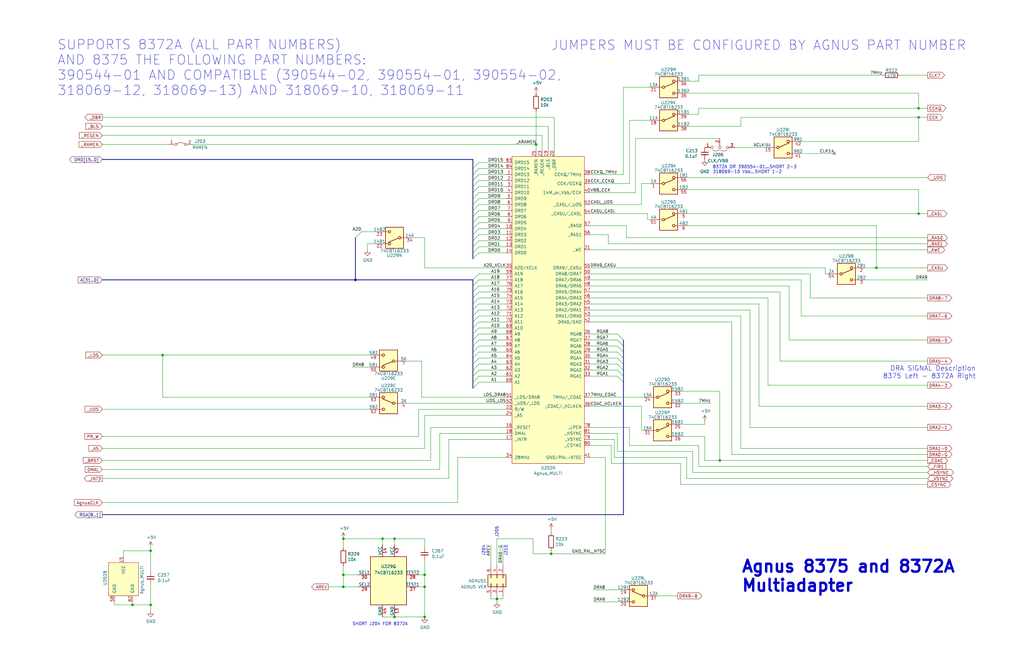
<source format=kicad_sch>
(kicad_sch (version 20231120) (generator "eeschema") (generator_version "8.0")
  (paper "B")
  (title_block (title "AMIGA PCI") (date "2025-07-11") (rev "6.0"))
  (junction (at 149.86 118.11))
  (junction (at 63.5 255.27))
  (junction (at 369.57 113.03))
  (junction (at 166.37 260.35))
  (junction (at 144.78 227.33))
  (junction (at 387.35 90.17))
  (junction (at 55.88 255.27))
  (junction (at 232.41 233.68))
  (junction (at 144.78 242.57))
  (junction (at 226.06 60.96))
  (junction (at 179.07 242.57))
  (junction (at 303.53 194.31))
  (junction (at 179.07 260.35))
  (junction (at 387.35 49.53))
  (junction (at 209.55 252.73))
  (junction (at 166.37 227.33))
  (junction (at 144.78 247.65))
  (junction (at 63.5 232.41))
  (junction (at 68.58 149.86))
  (junction (at 161.29 227.33))
  (junction (at 179.07 247.65))
  (junction (at 387.35 45.72))
  (no_connect (at 351.79 64.77))
  (bus_entry (at 201.93 86.36) (size -2.54 2.54))
  (bus_entry (at 201.93 68.58) (size -2.54 2.54))
  (bus_entry (at 260.35 146.05) (size 2.54 2.54))
  (bus_entry (at 201.93 78.74) (size -2.54 2.54))
  (bus_entry (at 201.93 128.27) (size -2.54 2.54))
  (bus_entry (at 201.93 156.21) (size -2.54 2.54))
  (bus_entry (at 201.93 123.19) (size -2.54 2.54))
  (bus_entry (at 260.35 151.13) (size 2.54 2.54))
  (bus_entry (at 260.35 140.97) (size 2.54 2.54))
  (bus_entry (at 260.35 143.51) (size 2.54 2.54))
  (bus_entry (at 201.93 118.11) (size -2.54 2.54))
  (bus_entry (at 260.35 156.21) (size 2.54 2.54))
  (bus_entry (at 260.35 158.75) (size 2.54 2.54))
  (bus_entry (at 201.93 133.35) (size -2.54 2.54))
  (bus_entry (at 201.93 161.29) (size -2.54 2.54))
  (bus_entry (at 201.93 120.65) (size -2.54 2.54))
  (bus_entry (at 201.93 158.75) (size -2.54 2.54))
  (bus_entry (at 201.93 138.43) (size -2.54 2.54))
  (bus_entry (at 201.93 148.59) (size -2.54 2.54))
  (bus_entry (at 201.93 106.68) (size -2.54 2.54))
  (bus_entry (at 201.93 101.6) (size -2.54 2.54))
  (bus_entry (at 201.93 71.12) (size -2.54 2.54))
  (bus_entry (at 201.93 76.2) (size -2.54 2.54))
  (bus_entry (at 201.93 96.52) (size -2.54 2.54))
  (bus_entry (at 201.93 130.81) (size -2.54 2.54))
  (bus_entry (at 201.93 115.57) (size -2.54 2.54))
  (bus_entry (at 201.93 104.14) (size -2.54 2.54))
  (bus_entry (at 201.93 151.13) (size -2.54 2.54))
  (bus_entry (at 201.93 73.66) (size -2.54 2.54))
  (bus_entry (at 201.93 140.97) (size -2.54 2.54))
  (bus_entry (at 201.93 81.28) (size -2.54 2.54))
  (bus_entry (at 260.35 153.67) (size 2.54 2.54))
  (bus_entry (at 260.35 148.59) (size 2.54 2.54))
  (bus_entry (at 201.93 99.06) (size -2.54 2.54))
  (bus_entry (at 152.4 97.79) (size -2.54 2.54))
  (bus_entry (at 201.93 146.05) (size -2.54 2.54))
  (bus_entry (at 201.93 83.82) (size -2.54 2.54))
  (bus_entry (at 201.93 91.44) (size -2.54 2.54))
  (bus_entry (at 201.93 143.51) (size -2.54 2.54))
  (bus_entry (at 201.93 153.67) (size -2.54 2.54))
  (bus_entry (at 201.93 125.73) (size -2.54 2.54))
  (bus_entry (at 201.93 135.89) (size -2.54 2.54))
  (bus_entry (at 201.93 88.9) (size -2.54 2.54))
  (bus_entry (at 201.93 93.98) (size -2.54 2.54))
  (wire (pts (xy 294.64 187.96) (xy 294.64 196.85)))
  (wire (pts (xy 179.07 189.23) (xy 43.18 189.23)))
  (wire (pts (xy 270.51 181.61) (xy 271.78 181.61)))
  (wire (pts (xy 248.92 182.88) (xy 260.35 182.88)))
  (wire (pts (xy 179.07 247.65) (xy 179.07 242.57)))
  (wire (pts (xy 63.5 232.41) (xy 63.5 231.14)))
  (wire (pts (xy 177.8 152.4) (xy 171.45 152.4)))
  (bus (pts (xy 199.39 78.74) (xy 199.39 81.28)))
  (wire (pts (xy 248.92 125.73) (xy 323.85 125.73)))
  (wire (pts (xy 312.42 189.23) (xy 312.42 133.35)))
  (wire (pts (xy 270.51 171.45) (xy 248.92 171.45)))
  (bus (pts (xy 199.39 96.52) (xy 199.39 99.06)))
  (wire (pts (xy 213.36 135.89) (xy 201.93 135.89)))
  (wire (pts (xy 262.89 73.66) (xy 262.89 36.83)))
  (wire (pts (xy 248.92 95.25) (xy 264.16 95.25)))
  (wire (pts (xy 176.53 242.57) (xy 179.07 242.57)))
  (wire (pts (xy 248.92 86.36) (xy 270.51 86.36)))
  (wire (pts (xy 213.36 99.06) (xy 201.93 99.06)))
  (wire (pts (xy 213.36 167.64) (xy 177.8 167.64)))
  (wire (pts (xy 52.07 232.41) (xy 52.07 234.95)))
  (wire (pts (xy 63.5 246.38) (xy 63.5 255.27)))
  (wire (pts (xy 52.07 232.41) (xy 63.5 232.41)))
  (wire (pts (xy 248.92 133.35) (xy 312.42 133.35)))
  (wire (pts (xy 213.36 153.67) (xy 201.93 153.67)))
  (wire (pts (xy 213.36 120.65) (xy 201.93 120.65)))
  (wire (pts (xy 224.79 233.68) (xy 232.41 233.68)))
  (wire (pts (xy 323.85 162.56) (xy 391.16 162.56)))
  (wire (pts (xy 224.79 227.33) (xy 224.79 233.68)))
  (wire (pts (xy 166.37 229.87) (xy 166.37 227.33)))
  (wire (pts (xy 213.36 68.58) (xy 201.93 68.58)))
  (bus (pts (xy 199.39 86.36) (xy 199.39 88.9)))
  (wire (pts (xy 213.36 118.11) (xy 201.93 118.11)))
  (wire (pts (xy 248.92 81.28) (xy 267.97 81.28)))
  (bus (pts (xy 199.39 158.75) (xy 199.39 161.29)))
  (wire (pts (xy 213.36 96.52) (xy 201.93 96.52)))
  (wire (pts (xy 179.07 227.33) (xy 166.37 227.33)))
  (bus (pts (xy 262.89 217.17) (xy 43.18 217.17)))
  (wire (pts (xy 270.51 181.61) (xy 270.51 171.45)))
  (wire (pts (xy 391.16 125.73) (xy 341.63 125.73)))
  (wire (pts (xy 213.36 172.72) (xy 176.53 172.72)))
  (wire (pts (xy 212.09 252.73) (xy 209.55 252.73)))
  (wire (pts (xy 232.41 232.41) (xy 232.41 233.68)))
  (wire (pts (xy 320.04 171.45) (xy 320.04 128.27)))
  (bus (pts (xy 199.39 106.68) (xy 199.39 109.22)))
  (wire (pts (xy 213.36 115.57) (xy 201.93 115.57)))
  (wire (pts (xy 332.74 120.65) (xy 332.74 143.51)))
  (wire (pts (xy 265.43 187.96) (xy 294.64 187.96)))
  (wire (pts (xy 179.07 113.03) (xy 213.36 113.03)))
  (wire (pts (xy 248.92 135.89) (xy 308.61 135.89)))
  (wire (pts (xy 270.51 77.47) (xy 274.32 77.47)))
  (wire (pts (xy 391.16 189.23) (xy 312.42 189.23)))
  (wire (pts (xy 273.05 92.71) (xy 274.32 92.71)))
  (wire (pts (xy 391.16 152.4) (xy 328.93 152.4)))
  (wire (pts (xy 151.13 247.65) (xy 144.78 247.65)))
  (wire (pts (xy 294.64 31.75) (xy 372.11 31.75)))
  (wire (pts (xy 297.18 177.8) (xy 297.18 179.07)))
  (wire (pts (xy 248.92 128.27) (xy 320.04 128.27)))
  (wire (pts (xy 207.01 251.46) (xy 207.01 252.73)))
  (wire (pts (xy 189.23 201.93) (xy 43.18 201.93)))
  (wire (pts (xy 213.36 182.88) (xy 185.42 182.88)))
  (wire (pts (xy 176.53 172.72) (xy 176.53 184.15)))
  (wire (pts (xy 248.92 143.51) (xy 260.35 143.51)))
  (wire (pts (xy 387.35 45.72) (xy 391.16 45.72)))
  (wire (pts (xy 248.92 185.42) (xy 259.08 185.42)))
  (wire (pts (xy 181.61 194.31) (xy 43.18 194.31)))
  (wire (pts (xy 233.68 63.5) (xy 233.68 49.53)))
  (wire (pts (xy 161.29 227.33) (xy 144.78 227.33)))
  (wire (pts (xy 303.53 194.31) (xy 297.18 194.31)))
  (wire (pts (xy 213.36 93.98) (xy 201.93 93.98)))
  (wire (pts (xy 248.92 167.64) (xy 271.78 167.64)))
  (wire (pts (xy 294.64 48.26) (xy 294.64 45.72)))
  (wire (pts (xy 144.78 247.65) (xy 138.43 247.65)))
  (wire (pts (xy 273.05 90.17) (xy 248.92 90.17)))
  (bus (pts (xy 199.39 156.21) (xy 199.39 158.75)))
  (wire (pts (xy 181.61 180.34) (xy 181.61 194.31)))
  (wire (pts (xy 48.26 255.27) (xy 48.26 254)))
  (wire (pts (xy 287.02 170.18) (xy 299.72 170.18)))
  (wire (pts (xy 259.08 185.42) (xy 259.08 193.04)))
  (wire (pts (xy 161.29 227.33) (xy 161.29 229.87)))
  (wire (pts (xy 213.36 185.42) (xy 189.23 185.42)))
  (wire (pts (xy 347.98 113.03) (xy 248.92 113.03)))
  (wire (pts (xy 213.36 175.26) (xy 179.07 175.26)))
  (wire (pts (xy 248.92 180.34) (xy 265.43 180.34)))
  (wire (pts (xy 213.36 148.59) (xy 201.93 148.59)))
  (wire (pts (xy 213.36 193.04) (xy 193.04 193.04)))
  (wire (pts (xy 347.98 115.57) (xy 347.98 113.03)))
  (bus (pts (xy 262.89 156.21) (xy 262.89 158.75)))
  (wire (pts (xy 364.49 113.03) (xy 369.57 113.03)))
  (wire (pts (xy 179.07 175.26) (xy 179.07 189.23)))
  (wire (pts (xy 289.56 34.29) (xy 294.64 34.29)))
  (wire (pts (xy 144.78 227.33) (xy 144.78 231.14)))
  (bus (pts (xy 199.39 88.9) (xy 199.39 91.44)))
  (bus (pts (xy 199.39 101.6) (xy 199.39 104.14)))
  (wire (pts (xy 259.08 193.04) (xy 289.56 193.04)))
  (wire (pts (xy 248.92 77.47) (xy 265.43 77.47)))
  (wire (pts (xy 212.09 229.87) (xy 212.09 238.76)))
  (wire (pts (xy 213.36 130.81) (xy 201.93 130.81)))
  (wire (pts (xy 173.99 100.33) (xy 179.07 100.33)))
  (wire (pts (xy 232.41 223.52) (xy 232.41 224.79)))
  (wire (pts (xy 248.92 148.59) (xy 260.35 148.59)))
  (wire (pts (xy 213.36 125.73) (xy 201.93 125.73)))
  (wire (pts (xy 156.21 154.94) (xy 148.59 154.94)))
  (bus (pts (xy 199.39 161.29) (xy 199.39 163.83)))
  (wire (pts (xy 213.36 180.34) (xy 181.61 180.34)))
  (wire (pts (xy 267.97 58.42) (xy 267.97 81.28)))
  (bus (pts (xy 199.39 118.11) (xy 149.86 118.11)))
  (wire (pts (xy 248.92 193.04) (xy 255.27 193.04)))
  (wire (pts (xy 209.55 254) (xy 209.55 252.73)))
  (wire (pts (xy 63.5 255.27) (xy 63.5 257.81)))
  (wire (pts (xy 287.02 184.15) (xy 297.18 184.15)))
  (wire (pts (xy 228.6 63.5) (xy 228.6 57.15)))
  (wire (pts (xy 312.42 49.53) (xy 387.35 49.53)))
  (wire (pts (xy 294.64 34.29) (xy 294.64 31.75)))
  (bus (pts (xy 199.39 118.11) (xy 199.39 120.65)))
  (wire (pts (xy 179.07 260.35) (xy 179.07 247.65)))
  (wire (pts (xy 270.51 86.36) (xy 270.51 77.47)))
  (wire (pts (xy 144.78 247.65) (xy 144.78 242.57)))
  (wire (pts (xy 166.37 260.35) (xy 161.29 260.35)))
  (wire (pts (xy 303.53 194.31) (xy 391.16 194.31)))
  (wire (pts (xy 209.55 227.33) (xy 209.55 238.76)))
  (wire (pts (xy 289.56 95.25) (xy 369.57 95.25)))
  (bus (pts (xy 262.89 158.75) (xy 262.89 161.29)))
  (wire (pts (xy 207.01 229.87) (xy 207.01 238.76)))
  (wire (pts (xy 264.16 100.33) (xy 391.16 100.33)))
  (wire (pts (xy 328.93 152.4) (xy 328.93 123.19)))
  (wire (pts (xy 297.18 184.15) (xy 297.18 194.31)))
  (wire (pts (xy 55.88 255.27) (xy 55.88 254)))
  (wire (pts (xy 303.53 165.1) (xy 303.53 194.31)))
  (wire (pts (xy 276.86 251.46) (xy 285.75 251.46)))
  (bus (pts (xy 262.89 153.67) (xy 262.89 156.21)))
  (wire (pts (xy 166.37 260.35) (xy 179.07 260.35)))
  (wire (pts (xy 193.04 193.04) (xy 193.04 212.09)))
  (wire (pts (xy 289.56 193.04) (xy 289.56 201.93)))
  (wire (pts (xy 287.02 204.47) (xy 391.16 204.47)))
  (wire (pts (xy 43.18 57.15) (xy 228.6 57.15)))
  (wire (pts (xy 213.36 128.27) (xy 201.93 128.27)))
  (wire (pts (xy 316.23 180.34) (xy 391.16 180.34)))
  (wire (pts (xy 213.36 170.18) (xy 171.45 170.18)))
  (wire (pts (xy 189.23 185.42) (xy 189.23 201.93)))
  (wire (pts (xy 308.61 191.77) (xy 391.16 191.77)))
  (wire (pts (xy 226.06 46.99) (xy 226.06 60.96)))
  (wire (pts (xy 256.54 102.87) (xy 256.54 99.06)))
  (wire (pts (xy 312.42 53.34) (xy 312.42 49.53)))
  (wire (pts (xy 248.92 123.19) (xy 328.93 123.19)))
  (bus (pts (xy 199.39 130.81) (xy 199.39 133.35)))
  (bus (pts (xy 199.39 140.97) (xy 199.39 143.51)))
  (wire (pts (xy 261.62 248.92) (xy 250.19 248.92)))
  (bus (pts (xy 199.39 120.65) (xy 199.39 123.19)))
  (wire (pts (xy 262.89 36.83) (xy 274.32 36.83)))
  (bus (pts (xy 262.89 151.13) (xy 262.89 153.67)))
  (wire (pts (xy 387.35 49.53) (xy 391.16 49.53)))
  (wire (pts (xy 224.79 227.33) (xy 209.55 227.33)))
  (bus (pts (xy 199.39 153.67) (xy 199.39 156.21)))
  (wire (pts (xy 179.07 231.14) (xy 179.07 227.33)))
  (wire (pts (xy 264.16 95.25) (xy 264.16 100.33)))
  (bus (pts (xy 199.39 71.12) (xy 199.39 73.66)))
  (bus (pts (xy 199.39 135.89) (xy 199.39 138.43)))
  (wire (pts (xy 391.16 133.35) (xy 337.82 133.35)))
  (wire (pts (xy 177.8 167.64) (xy 177.8 152.4)))
  (wire (pts (xy 289.56 48.26) (xy 294.64 48.26)))
  (wire (pts (xy 213.36 123.19) (xy 201.93 123.19)))
  (wire (pts (xy 248.92 187.96) (xy 257.81 187.96)))
  (wire (pts (xy 179.07 100.33) (xy 179.07 113.03)))
  (wire (pts (xy 257.81 195.58) (xy 287.02 195.58)))
  (wire (pts (xy 248.92 105.41) (xy 391.16 105.41)))
  (wire (pts (xy 256.54 102.87) (xy 391.16 102.87)))
  (wire (pts (xy 257.81 187.96) (xy 257.81 195.58)))
  (wire (pts (xy 152.4 97.79) (xy 158.75 97.79)))
  (wire (pts (xy 289.56 90.17) (xy 387.35 90.17)))
  (bus (pts (xy 199.39 143.51) (xy 199.39 146.05)))
  (bus (pts (xy 199.39 81.28) (xy 199.39 83.82)))
  (wire (pts (xy 260.35 190.5) (xy 292.1 190.5)))
  (wire (pts (xy 154.94 102.87) (xy 158.75 102.87)))
  (wire (pts (xy 287.02 179.07) (xy 297.18 179.07)))
  (wire (pts (xy 55.88 255.27) (xy 63.5 255.27)))
  (wire (pts (xy 179.07 242.57) (xy 179.07 236.22)))
  (wire (pts (xy 289.56 80.01) (xy 387.35 80.01)))
  (wire (pts (xy 289.56 53.34) (xy 312.42 53.34)))
  (bus (pts (xy 262.89 146.05) (xy 262.89 148.59)))
  (wire (pts (xy 233.68 49.53) (xy 43.18 49.53)))
  (wire (pts (xy 379.73 31.75) (xy 391.16 31.75)))
  (wire (pts (xy 341.63 125.73) (xy 341.63 115.57)))
  (bus (pts (xy 199.39 123.19) (xy 199.39 125.73)))
  (wire (pts (xy 48.26 255.27) (xy 55.88 255.27)))
  (wire (pts (xy 213.36 76.2) (xy 201.93 76.2)))
  (bus (pts (xy 199.39 67.31) (xy 199.39 71.12)))
  (wire (pts (xy 207.01 252.73) (xy 209.55 252.73)))
  (bus (pts (xy 199.39 128.27) (xy 199.39 130.81)))
  (wire (pts (xy 213.36 104.14) (xy 201.93 104.14)))
  (wire (pts (xy 71.12 60.96) (xy 43.18 60.96)))
  (wire (pts (xy 294.64 45.72) (xy 387.35 45.72)))
  (wire (pts (xy 212.09 251.46) (xy 212.09 252.73)))
  (wire (pts (xy 289.56 201.93) (xy 391.16 201.93)))
  (wire (pts (xy 289.56 39.37) (xy 387.35 39.37)))
  (wire (pts (xy 337.82 133.35) (xy 337.82 118.11)))
  (wire (pts (xy 213.36 138.43) (xy 201.93 138.43)))
  (wire (pts (xy 213.36 88.9) (xy 201.93 88.9)))
  (bus (pts (xy 43.18 118.11) (xy 149.86 118.11)))
  (bus (pts (xy 199.39 91.44) (xy 199.39 93.98)))
  (wire (pts (xy 347.98 115.57) (xy 349.25 115.57)))
  (wire (pts (xy 213.36 73.66) (xy 201.93 73.66)))
  (wire (pts (xy 248.92 151.13) (xy 260.35 151.13)))
  (wire (pts (xy 248.92 120.65) (xy 332.74 120.65)))
  (wire (pts (xy 68.58 149.86) (xy 156.21 149.86)))
  (wire (pts (xy 213.36 158.75) (xy 201.93 158.75)))
  (wire (pts (xy 248.92 115.57) (xy 341.63 115.57)))
  (wire (pts (xy 387.35 39.37) (xy 387.35 45.72)))
  (wire (pts (xy 369.57 95.25) (xy 369.57 113.03)))
  (wire (pts (xy 68.58 167.64) (xy 156.21 167.64)))
  (wire (pts (xy 213.36 143.51) (xy 201.93 143.51)))
  (wire (pts (xy 273.05 92.71) (xy 273.05 90.17)))
  (wire (pts (xy 231.14 53.34) (xy 231.14 63.5)))
  (wire (pts (xy 144.78 238.76) (xy 144.78 242.57)))
  (wire (pts (xy 213.36 81.28) (xy 201.93 81.28)))
  (wire (pts (xy 232.41 233.68) (xy 255.27 233.68)))
  (wire (pts (xy 369.57 113.03) (xy 391.16 113.03)))
  (wire (pts (xy 292.1 199.39) (xy 391.16 199.39)))
  (bus (pts (xy 199.39 104.14) (xy 199.39 106.68)))
  (wire (pts (xy 265.43 180.34) (xy 265.43 187.96)))
  (wire (pts (xy 213.36 91.44) (xy 201.93 91.44)))
  (wire (pts (xy 68.58 149.86) (xy 68.58 167.64)))
  (wire (pts (xy 248.92 140.97) (xy 260.35 140.97)))
  (bus (pts (xy 199.39 133.35) (xy 199.39 135.89)))
  (wire (pts (xy 364.49 118.11) (xy 391.16 118.11)))
  (bus (pts (xy 199.39 125.73) (xy 199.39 128.27)))
  (wire (pts (xy 294.64 196.85) (xy 391.16 196.85)))
  (bus (pts (xy 199.39 138.43) (xy 199.39 140.97)))
  (wire (pts (xy 248.92 153.67) (xy 260.35 153.67)))
  (wire (pts (xy 309.88 62.23) (xy 322.58 62.23)))
  (wire (pts (xy 213.36 156.21) (xy 201.93 156.21)))
  (bus (pts (xy 199.39 151.13) (xy 199.39 153.67)))
  (wire (pts (xy 213.36 161.29) (xy 201.93 161.29)))
  (wire (pts (xy 43.18 53.34) (xy 231.14 53.34)))
  (wire (pts (xy 213.36 83.82) (xy 201.93 83.82)))
  (wire (pts (xy 248.92 130.81) (xy 316.23 130.81)))
  (wire (pts (xy 213.36 78.74) (xy 201.93 78.74)))
  (wire (pts (xy 287.02 165.1) (xy 303.53 165.1)))
  (wire (pts (xy 209.55 252.73) (xy 209.55 251.46)))
  (bus (pts (xy 199.39 146.05) (xy 199.39 148.59)))
  (wire (pts (xy 248.92 146.05) (xy 260.35 146.05)))
  (wire (pts (xy 176.53 184.15) (xy 43.18 184.15)))
  (wire (pts (xy 213.36 86.36) (xy 201.93 86.36)))
  (wire (pts (xy 260.35 182.88) (xy 260.35 190.5)))
  (wire (pts (xy 256.54 99.06) (xy 248.92 99.06)))
  (bus (pts (xy 262.89 161.29) (xy 262.89 217.17)))
  (wire (pts (xy 308.61 191.77) (xy 308.61 135.89)))
  (wire (pts (xy 261.62 254) (xy 250.19 254)))
  (bus (pts (xy 199.39 73.66) (xy 199.39 76.2)))
  (wire (pts (xy 154.94 102.87) (xy 154.94 105.41)))
  (wire (pts (xy 63.5 232.41) (xy 63.5 241.3)))
  (bus (pts (xy 199.39 148.59) (xy 199.39 151.13)))
  (wire (pts (xy 213.36 146.05) (xy 201.93 146.05)))
  (wire (pts (xy 213.36 151.13) (xy 201.93 151.13)))
  (wire (pts (xy 213.36 133.35) (xy 201.93 133.35)))
  (bus (pts (xy 149.86 100.33) (xy 149.86 118.11)))
  (wire (pts (xy 43.18 149.86) (xy 68.58 149.86)))
  (wire (pts (xy 387.35 80.01) (xy 387.35 90.17)))
  (bus (pts (xy 262.89 148.59) (xy 262.89 151.13)))
  (wire (pts (xy 323.85 162.56) (xy 323.85 125.73)))
  (wire (pts (xy 316.23 130.81) (xy 316.23 180.34)))
  (bus (pts (xy 199.39 99.06) (xy 199.39 101.6)))
  (wire (pts (xy 332.74 143.51) (xy 391.16 143.51)))
  (wire (pts (xy 289.56 74.93) (xy 391.16 74.93)))
  (wire (pts (xy 387.35 90.17) (xy 391.16 90.17)))
  (wire (pts (xy 176.53 247.65) (xy 179.07 247.65)))
  (wire (pts (xy 337.82 64.77) (xy 351.79 64.77)))
  (wire (pts (xy 391.16 171.45) (xy 320.04 171.45)))
  (wire (pts (xy 185.42 198.12) (xy 43.18 198.12)))
  (wire (pts (xy 265.43 50.8) (xy 274.32 50.8)))
  (wire (pts (xy 213.36 106.68) (xy 201.93 106.68)))
  (wire (pts (xy 248.92 73.66) (xy 262.89 73.66)))
  (wire (pts (xy 248.92 158.75) (xy 260.35 158.75)))
  (wire (pts (xy 255.27 193.04) (xy 255.27 233.68)))
  (wire (pts (xy 43.18 172.72) (xy 156.21 172.72)))
  (wire (pts (xy 213.36 140.97) (xy 201.93 140.97)))
  (bus (pts (xy 43.18 67.31) (xy 199.39 67.31)))
  (wire (pts (xy 265.43 77.47) (xy 265.43 50.8)))
  (wire (pts (xy 248.92 156.21) (xy 260.35 156.21)))
  (wire (pts (xy 226.06 60.96) (xy 81.28 60.96)))
  (wire (pts (xy 387.35 59.69) (xy 387.35 49.53)))
  (wire (pts (xy 213.36 71.12) (xy 201.93 71.12)))
  (wire (pts (xy 337.82 59.69) (xy 387.35 59.69)))
  (wire (pts (xy 303.53 58.42) (xy 267.97 58.42)))
  (wire (pts (xy 226.06 63.5) (xy 226.06 60.96)))
  (wire (pts (xy 144.78 242.57) (xy 151.13 242.57)))
  (wire (pts (xy 292.1 190.5) (xy 292.1 199.39)))
  (bus (pts (xy 262.89 143.51) (xy 262.89 146.05)))
  (wire (pts (xy 213.36 101.6) (xy 201.93 101.6)))
  (wire (pts (xy 166.37 227.33) (xy 161.29 227.33)))
  (wire (pts (xy 287.02 195.58) (xy 287.02 204.47)))
  (bus (pts (xy 199.39 93.98) (xy 199.39 96.52)))
  (bus (pts (xy 199.39 76.2) (xy 199.39 78.74)))
  (wire (pts (xy 185.42 182.88) (xy 185.42 198.12)))
  (wire (pts (xy 43.18 212.09) (xy 193.04 212.09)))
  (wire (pts (xy 248.92 118.11) (xy 337.82 118.11)))
  (bus (pts (xy 199.39 83.82) (xy 199.39 86.36)))
  (text "SHORT J204 FOR 8372A" (at 148.59 264.16 0) (effects (font (size 1.27 1.27)) (justify left bottom)))
  (text "DRA SIGNAL Description\n8375 Left - 8372A Right" (at 411.48 160.02 0) (effects (font (size 2.0066 2.0066)) (justify right bottom)))
  (text "Agnus 8375 and 8372A\nMultiadapter" (at 312.42 250.19 0) (effects (font (size 5.0038 5.0038) (thickness 1.0008) (bold yes)) (justify left bottom)))
  (text "J205" (at 209.55 224.536 90) (effects (font (size 1.27 1.27))))
  (text "JUMPERS MUST BE CONFIGURED BY AGNUS PART NUMBER" (at 232.41 21.59 0) (effects (font (size 3.9878 3.9878)) (justify left bottom)))
  (text "SUPPORTS 8372A (ALL PART NUMBERS)\nAND 8375 THE FOLLOWING PART NUMBERS:\n390544-01 AND COMPATIBLE (390544-02, 390554-01, 390554-02, \n318069-12, 318069-13) AND 318069-10, 318069-11" (at 24.13 40.64 0) (effects (font (size 3.9878 3.9878)) (justify left bottom)))
  (text "8372A OR 390554-01...SHORT 2-3\n318069-10 Vbb...SHORT 1-2" (at 300.482 73.406 0) (effects (font (size 1.2954 1.2954)) (justify left bottom)))
  (text "J210" (at 213.36 232.41 90) (effects (font (size 1.27 1.27))))
  (text "J204" (at 203.962 232.41 90) (effects (font (size 1.27 1.27))))
  (label "RGA7" (at 251.46 143.51 0) (effects (font (size 1.2954 1.2954))))
  (label "CCK_CCKQ" (at 248.92 77.47 0))
  (label "A16" (at 207.01 123.19 0) (effects (font (size 1.2954 1.2954))))
  (label "DRA8" (at 250.19 248.92 0))
  (label "7MHz" (at 299.72 170.18 180))
  (label "A19" (at 207.01 115.57 0) (effects (font (size 1.2954 1.2954))))
  (label "DRA8" (at 148.59 154.94 0))
  (label "DRA9" (at 250.19 254 0))
  (label "A17" (at 207.01 120.65 0) (effects (font (size 1.2954 1.2954))))
  (label "DRA9_CASU" (at 248.92 113.03 0))
  (label "A1" (at 207.01 161.29 0) (effects (font (size 1.2954 1.2954))))
  (label "A9" (at 207.01 140.97 0) (effects (font (size 1.2954 1.2954))))
  (label "A20_XCLK" (at 213.36 113.03 180))
  (label "A12" (at 207.01 133.35 0) (effects (font (size 1.2954 1.2954))))
  (label "CDAC_XCLKEN" (at 248.92 171.45 0))
  (label "DRD9" (at 205.74 83.82 0) (effects (font (size 1.2954 1.2954))))
  (label "A8" (at 207.01 143.51 0) (effects (font (size 1.2954 1.2954))))
  (label "A5" (at 207.01 151.13 0) (effects (font (size 1.2954 1.2954))))
  (label "LDS_DRA8" (at 213.36 167.64 180))
  (label "DRD10" (at 205.74 81.28 0) (effects (font (size 1.2954 1.2954))))
  (label "DRD15" (at 205.74 68.58 0) (effects (font (size 1.2954 1.2954))))
  (label "CLK14" (at 351.79 64.77 180))
  (label "RGA2" (at 251.46 156.21 0) (effects (font (size 1.2954 1.2954))))
  (label "DRD13" (at 205.74 73.66 0) (effects (font (size 1.2954 1.2954))))
  (label "DRA0-G" (at 212.09 229.87 270))
  (label "A13" (at 207.01 130.81 0) (effects (font (size 1.2954 1.2954))))
  (label "DRD3" (at 205.74 99.06 0) (effects (font (size 1.2954 1.2954))))
  (label "A2" (at 207.01 158.75 0) (effects (font (size 1.2954 1.2954))))
  (label "RGA1" (at 251.46 158.75 0) (effects (font (size 1.2954 1.2954))))
  (label "DRA9" (at 391.16 118.11 180))
  (label "CCKQ_7MHz" (at 248.92 73.66 0))
  (label "CASU_CASL" (at 248.92 90.17 0))
  (label "7MHz" (at 372.11 31.75 180))
  (label "DRD1" (at 205.74 104.14 0) (effects (font (size 1.2954 1.2954))))
  (label "VBB_CCK" (at 248.92 81.28 0))
  (label "DRD6" (at 205.74 91.44 0) (effects (font (size 1.2954 1.2954))))
  (label "DRD14" (at 205.74 71.12 0) (effects (font (size 1.2954 1.2954))))
  (label "A6" (at 207.01 148.59 0) (effects (font (size 1.2954 1.2954))))
  (label "RGA6" (at 251.46 146.05 0) (effects (font (size 1.2954 1.2954))))
  (label "DRD11" (at 205.74 78.74 0) (effects (font (size 1.2954 1.2954))))
  (label "DRD2" (at 205.74 101.6 0) (effects (font (size 1.2954 1.2954))))
  (label "A7" (at 207.01 146.05 0) (effects (font (size 1.2954 1.2954))))
  (label "AREV" (at 207.01 229.87 270))
  (label "DRD4" (at 205.74 96.52 0) (effects (font (size 1.2954 1.2954))))
  (label "A4" (at 207.01 153.67 0) (effects (font (size 1.2954 1.2954))))
  (label "A20" (at 152.4 97.79 180) (effects (font (size 1.2954 1.2954))))
  (label "A15" (at 207.01 125.73 0) (effects (font (size 1.2954 1.2954))))
  (label "A10" (at 207.01 138.43 0) (effects (font (size 1.2954 1.2954))))
  (label "RGA8" (at 251.46 140.97 0) (effects (font (size 1.2954 1.2954))))
  (label "RGA4" (at 251.46 151.13 0) (effects (font (size 1.2954 1.2954))))
  (label "A18" (at 207.01 118.11 0) (effects (font (size 1.2954 1.2954))))
  (label "DRD12" (at 205.74 76.2 0) (effects (font (size 1.2954 1.2954))))
  (label "RGA3" (at 251.46 153.67 0) (effects (font (size 1.2954 1.2954))))
  (label "_ARAMEN" (at 226.06 60.96 180))
  (label "A3" (at 207.01 156.21 0) (effects (font (size 1.2954 1.2954))))
  (label "UDS_LDS" (at 213.36 170.18 180))
  (label "DRD7" (at 205.74 88.9 0) (effects (font (size 1.2954 1.2954))))
  (label "CASL_UDS" (at 248.92 86.36 0))
  (label "A14" (at 207.01 128.27 0) (effects (font (size 1.2954 1.2954))))
  (label "GND_PAL_NTSC" (at 255.27 233.68 180))
  (label "7MHz_CDAC" (at 248.92 167.64 0))
  (label "DRD5" (at 205.74 93.98 0) (effects (font (size 1.2954 1.2954))))
  (label "RGA5" (at 251.46 148.59 0) (effects (font (size 1.2954 1.2954))))
  (label "ACLK" (at 322.58 62.23 180))
  (label "DRD0" (at 205.74 106.68 0) (effects (font (size 1.2954 1.2954))))
  (label "A11" (at 207.01 135.89 0) (effects (font (size 1.2954 1.2954))))
  (label "DRD8" (at 205.74 86.36 0) (effects (font (size 1.2954 1.2954))))
  (global_label "RGA[8..1]" (shape output) (at 43.18 217.17 180) (effects (font (size 1.2954 1.2954))) (property "Intersheetrefs" "${INTERSHEET_REFS}" (at 31.0871 217.17 0) (effects (justify right))))
  (global_label "DRA9-8" (shape output) (at 285.75 251.46 0) (effects (font (size 1.2954 1.2954))) (property "Intersheetrefs" "${INTERSHEET_REFS}" (at 296.4857 251.46 0) (effects (justify left))))
  (global_label "_VSYNC" (shape bidirectional) (at 391.16 201.93 0) (effects (font (size 1.2954 1.2954))) (property "Intersheetrefs" "${INTERSHEET_REFS}" (at 402.3507 201.93 0) (effects (justify left))))
  (global_label "DRD[15..0]" (shape bidirectional) (at 43.18 67.31 180) (property "Intersheetrefs" "${INTERSHEET_REFS}" (at 28.8214 67.31 0) (effects (justify right))))
  (global_label "_LDS" (shape input) (at 43.18 149.86 180) (effects (font (size 1.2954 1.2954))) (property "Intersheetrefs" "${INTERSHEET_REFS}" (at 35.6518 149.86 0) (effects (justify right))))
  (global_label "DRA0-G" (shape output) (at 391.16 191.77 0) (effects (font (size 1.2954 1.2954))) (property "Intersheetrefs" "${INTERSHEET_REFS}" (at 401.9574 191.77 0) (effects (justify left))))
  (global_label "A[31..0]" (shape input) (at 43.18 118.11 180) (effects (font (size 1.2954 1.2954))) (property "Intersheetrefs" "${INTERSHEET_REFS}" (at 32.4442 118.11 0) (effects (justify right))))
  (global_label "_UDS" (shape input) (at 43.18 172.72 180) (effects (font (size 1.2954 1.2954))) (property "Intersheetrefs" "${INTERSHEET_REFS}" (at 35.3434 172.72 0) (effects (justify right))))
  (global_label "_CSYNC" (shape output) (at 391.16 204.47 0) (effects (font (size 1.2954 1.2954))) (property "Intersheetrefs" "${INTERSHEET_REFS}" (at 401.4023 204.47 0) (effects (justify left))))
  (global_label "_UDS" (shape input) (at 391.16 74.93 0) (effects (font (size 1.2954 1.2954))) (property "Intersheetrefs" "${INTERSHEET_REFS}" (at 398.9966 74.93 0) (effects (justify left))))
  (global_label "AREV" (shape output) (at 138.43 247.65 180) (property "Intersheetrefs" "${INTERSHEET_REFS}" (at 130.8486 247.65 0) (effects (justify right))))
  (global_label "DMAL" (shape input) (at 43.18 198.12 180) (property "Intersheetrefs" "${INTERSHEET_REFS}" (at 35.4361 198.12 0) (effects (justify right))))
  (global_label "_CDAC" (shape output) (at 391.16 194.31 0) (effects (font (size 1.2954 1.2954))) (property "Intersheetrefs" "${INTERSHEET_REFS}" (at 400.1069 194.31 0) (effects (justify left))))
  (global_label "_BLS" (shape input) (at 43.18 53.34 180) (effects (font (size 1.2954 1.2954))) (property "Intersheetrefs" "${INTERSHEET_REFS}" (at 35.5708 53.34 0) (effects (justify right))))
  (global_label "DRA1-0" (shape output) (at 391.16 189.23 0) (effects (font (size 1.2954 1.2954))) (property "Intersheetrefs" "${INTERSHEET_REFS}" (at 401.8957 189.23 0) (effects (justify left))))
  (global_label "_FIR1" (shape input) (at 391.16 196.85 0) (effects (font (size 1.2954 1.2954))) (property "Intersheetrefs" "${INTERSHEET_REFS}" (at 399.4477 196.85 0) (effects (justify left))))
  (global_label "CCK" (shape output) (at 391.16 49.53 0) (effects (font (size 1.2954 1.2954))) (property "Intersheetrefs" "${INTERSHEET_REFS}" (at 398.0096 49.53 0) (effects (justify left))))
  (global_label "CCKQ" (shape output) (at 391.16 45.72 0) (effects (font (size 1.2954 1.2954))) (property "Intersheetrefs" "${INTERSHEET_REFS}" (at 399.3667 45.72 0) (effects (justify left))))
  (global_label "_RAS1" (shape output) (at 391.16 102.87 0) (effects (font (size 1.2954 1.2954))) (property "Intersheetrefs" "${INTERSHEET_REFS}" (at 399.9835 102.87 0) (effects (justify left))))
  (global_label "PR_W" (shape input) (at 43.18 184.15 180) (property "Intersheetrefs" "${INTERSHEET_REFS}" (at 35.2358 184.15 0) (effects (justify right))))
  (global_label "_CASU" (shape output) (at 391.16 113.03 0) (effects (font (size 1.2954 1.2954))) (property "Intersheetrefs" "${INTERSHEET_REFS}" (at 400.1069 113.03 0) (effects (justify left))))
  (global_label "DRA3-2" (shape output) (at 391.16 171.45 0) (effects (font (size 1.2954 1.2954))) (property "Intersheetrefs" "${INTERSHEET_REFS}" (at 401.8957 171.45 0) (effects (justify left))))
  (global_label "_RAS0" (shape output) (at 391.16 100.33 0) (effects (font (size 1.2954 1.2954))) (property "Intersheetrefs" "${INTERSHEET_REFS}" (at 399.9835 100.33 0) (effects (justify left))))
  (global_label "_CASL" (shape output) (at 391.16 90.17 0) (effects (font (size 1.2954 1.2954))) (property "Intersheetrefs" "${INTERSHEET_REFS}" (at 399.7985 90.17 0) (effects (justify left))))
  (global_label "DRA4-3" (shape output) (at 391.16 162.56 0) (effects (font (size 1.2954 1.2954))) (property "Intersheetrefs" "${INTERSHEET_REFS}" (at 401.8957 162.56 0) (effects (justify left))))
  (global_label "_BRST" (shape input) (at 43.18 194.31 180) (property "Intersheetrefs" "${INTERSHEET_REFS}" (at 34.5101 194.31 0) (effects (justify right))))
  (global_label "_AWE" (shape output) (at 391.16 105.41 0) (effects (font (size 1.2954 1.2954))) (property "Intersheetrefs" "${INTERSHEET_REFS}" (at 398.8732 105.41 0) (effects (justify left))))
  (global_label "_RAMEN" (shape input) (at 43.18 60.96 180) (effects (font (size 1.2954 1.2954))) (property "Intersheetrefs" "${INTERSHEET_REFS}" (at 32.8143 60.96 0) (effects (justify right))))
  (global_label "DRA2-1" (shape output) (at 391.16 180.34 0) (effects (font (size 1.2954 1.2954))) (property "Intersheetrefs" "${INTERSHEET_REFS}" (at 401.8957 180.34 0) (effects (justify left))))
  (global_label "_HSYNC" (shape bidirectional) (at 391.16 199.39 0) (effects (font (size 1.2954 1.2954))) (property "Intersheetrefs" "${INTERSHEET_REFS}" (at 402.5975 199.39 0) (effects (justify left))))
  (global_label "DRA8-7" (shape output) (at 391.16 125.73 0) (effects (font (size 1.2954 1.2954))) (property "Intersheetrefs" "${INTERSHEET_REFS}" (at 401.8957 125.73 0) (effects (justify left))))
  (global_label "CLK7" (shape output) (at 391.16 31.75 0) (property "Intersheetrefs" "${INTERSHEET_REFS}" (at 398.9228 31.75 0) (effects (justify left))))
  (global_label "DRA6-5" (shape output) (at 391.16 143.51 0) (effects (font (size 1.2954 1.2954))) (property "Intersheetrefs" "${INTERSHEET_REFS}" (at 401.8957 143.51 0) (effects (justify left))))
  (global_label "DRA5-4" (shape output) (at 391.16 152.4 0) (effects (font (size 1.2954 1.2954))) (property "Intersheetrefs" "${INTERSHEET_REFS}" (at 401.8957 152.4 0) (effects (justify left))))
  (global_label "_INT3" (shape output) (at 43.18 201.93 180) (effects (font (size 1.2954 1.2954))) (property "Intersheetrefs" "${INTERSHEET_REFS}" (at 35.0349 201.93 0) (effects (justify right))))
  (global_label "_DBR" (shape output) (at 43.18 49.53 180) (effects (font (size 1.2954 1.2954))) (property "Intersheetrefs" "${INTERSHEET_REFS}" (at 35.3434 49.53 0) (effects (justify right))))
  (global_label "_AS" (shape input) (at 43.18 189.23 180) (property "Intersheetrefs" "${INTERSHEET_REFS}" (at 37.0085 189.23 0) (effects (justify right))))
  (global_label "DRA7-6" (shape output) (at 391.16 133.35 0) (effects (font (size 1.2954 1.2954))) (property "Intersheetrefs" "${INTERSHEET_REFS}" (at 401.8957 133.35 0) (effects (justify left))))
  (global_label "AgnusCLK" (shape input) (at 43.18 212.09 180) (effects (font (size 1.2954 1.2954))) (property "Intersheetrefs" "${INTERSHEET_REFS}" (at 30.8211 212.09 0) (effects (justify right))))
  (global_label "_REGEN" (shape input) (at 43.18 57.15 180) (effects (font (size 1.2954 1.2954))) (property "Intersheetrefs" "${INTERSHEET_REFS}" (at 32.9377 57.15 0) (effects (justify right))))
  (symbol (lib_id "Device:R") (at 375.92 31.75 270) (unit 1)
    (property "Reference" "R222" (at 375.92 29.718 90))
    (property "Value" "47R" (at 375.92 32.004 90))
    (property "Footprint" "Resistor_SMD:R_0603_1608Metric" (effects (hide yes)))
    (instances (project "AmigaPCI Mainboard" (path "" (reference "R222") (unit 1))) (project "2000ATX" (path "" (reference "RN907A1") (unit 1))))
  )
  (symbol (lib_id "AmigaPCI-Symbols:74CBT16233") (at 166.37 100.33 180) (unit 14)
    (property "Reference" "U229" (at 166.37 107.7849 0))
    (property "Value" "74CBT16233" (at 166.37 105.8639 0))
    (property "Footprint" "Package_SO:SSOP-56_7.5x18.5mm_P0.635mm" (effects (hide yes)))
    (property "Datasheet" "https://www.ti.com/lit/ds/symlink/sn74cbt16233.pdf?HQS=dis-dk-null-digikeymode-dsf-pf-null-wwe&ts=1686702107606&ref_url=https%253A%252F%252Fwww.ti.com%252Fgeneral%252Fdocs%252Fsuppproductinfo.tsp%253FdistId%253D10%2526gotoUrl%253Dhttps%253A%252F%252Fwww.ti.com%252Flit%252Fgpn%252Fsn74cbt16233" (effects (hide yes)))
    (property "Part Number" "SN74CBT16233DL" (effects (hide yes)))
  )
  (symbol (lib_id "AmigaPCI-Symbols:74CBT16233") (at 281.94 50.8 0) (unit 11)
    (property "Reference" "U229" (at 281.94 43.3451 0))
    (property "Value" "74CBT16233" (at 281.94 45.2661 0))
    (property "Footprint" "Package_SO:SSOP-56_7.5x18.5mm_P0.635mm" (effects (hide yes)))
    (property "Datasheet" "https://www.ti.com/lit/ds/symlink/sn74cbt16233.pdf?HQS=dis-dk-null-digikeymode-dsf-pf-null-wwe&ts=1686702107606&ref_url=https%253A%252F%252Fwww.ti.com%252Fgeneral%252Fdocs%252Fsuppproductinfo.tsp%253FdistId%253D10%2526gotoUrl%253Dhttps%253A%252F%252Fwww.ti.com%252Flit%252Fgpn%252Fsn74cbt16233" (effects (hide yes)))
    (property "Part Number" "SN74CBT16233DL" (effects (hide yes)))
  )
  (symbol (lib_id "power:+5V") (at 297.18 177.8 0) (unit 1)
    (property "Reference" "#PWR016" (effects (hide yes)))
    (property "Value" "+5V" (at 297.561 173.4058 0))
    (instances (project "AmigaPCI Mainboard" (path "" (reference "#PWR016") (unit 1))) (project "2000ATX" (path "" (reference "#PWR0392") (unit 1))))
  )
  (symbol (lib_id "power:+5V") (at 63.5 231.14 0) (unit 1)
    (property "Reference" "#PWR012" (effects (hide yes)))
    (property "Value" "+5V" (at 63.881 226.7458 0))
    (instances (project "AmigaPCI Mainboard" (path "" (reference "#PWR012") (unit 1))) (project "2000ATX" (path "" (reference "#PWR0377") (unit 1))))
  )
  (symbol (lib_id "AmigaPCI-Symbols:Agnus Multiadapter") (at 52.07 243.84 0) (unit 2)
    (property "Reference" "U202" (at 44.323 247.142 90) (effects (justify left)))
    (property "Value" "Agnus_MULTI" (at 59.817 250.698 90) (effects (justify left)))
    (property "Footprint" "Package_LCC:PLCC-84_SMD-Socket" (effects (hide yes)))
    (instances (project "AmigaPCI Mainboard" (path "" (reference "U202") (unit 2))) (project "2000ATX" (path "" (reference "U101") (unit 2)) (path "" (reference "U101") (unit 2))))
  )
  (symbol (lib_id "AmigaPCI-Symbols:74CBT16233") (at 279.4 167.64 0) (unit 15)
    (property "Reference" "U229" (at 279.4 160.1851 0))
    (property "Value" "74CBT16233" (at 279.4 162.1061 0))
    (property "Footprint" "Package_SO:SSOP-56_7.5x18.5mm_P0.635mm" (effects (hide yes)))
    (property "Datasheet" "https://www.ti.com/lit/ds/symlink/sn74cbt16233.pdf?HQS=dis-dk-null-digikeymode-dsf-pf-null-wwe&ts=1686702107606&ref_url=https%253A%252F%252Fwww.ti.com%252Fgeneral%252Fdocs%252Fsuppproductinfo.tsp%253FdistId%253D10%2526gotoUrl%253Dhttps%253A%252F%252Fwww.ti.com%252Flit%252Fgpn%252Fsn74cbt16233" (effects (hide yes)))
    (property "Part Number" "SN74CBT16233DL" (effects (hide yes)))
  )
  (symbol (lib_id "Jumper:Jumper_3_Open") (at 303.53 62.23 0) (mirror x) (unit 1) (exclude_from_sim yes) (in_bom no)
    (property "Reference" "J206" (at 302.768 65.278 0))
    (property "Value" "CLK/VBB" (at 302.768 67.818 0))
    (property "Footprint" "Connector_PinHeader_2.54mm:PinHeader_1x03_P2.54mm_Vertical" (effects (hide yes)))
    (property "Description" "Jumper, 3-pole, both open" (effects (hide yes)))
  )
  (symbol (lib_id "Device:R") (at 226.06 43.18 0) (unit 1)
    (property "Reference" "R203" (at 227.838 42.0116 0) (effects (justify left)))
    (property "Value" "10k" (at 227.838 44.323 0) (effects (justify left)))
    (property "Footprint" "Resistor_SMD:R_0603_1608Metric" (effects (hide yes)))
  )
  (symbol (lib_id "AmigaPCI-Symbols:74CBT16233") (at 281.94 92.71 0) (unit 4)
    (property "Reference" "U229" (at 281.94 85.2551 0))
    (property "Value" "74CBT16233" (at 281.94 87.1761 0))
    (property "Footprint" "Package_SO:SSOP-56_7.5x18.5mm_P0.635mm" (effects (hide yes)))
    (property "Datasheet" "https://www.ti.com/lit/ds/symlink/sn74cbt16233.pdf?HQS=dis-dk-null-digikeymode-dsf-pf-null-wwe&ts=1686702107606&ref_url=https%253A%252F%252Fwww.ti.com%252Fgeneral%252Fdocs%252Fsuppproductinfo.tsp%253FdistId%253D10%2526gotoUrl%253Dhttps%253A%252F%252Fwww.ti.com%252Flit%252Fgpn%252Fsn74cbt16233" (effects (hide yes)))
    (property "Part Number" "SN74CBT16233DL" (effects (hide yes)))
  )
  (symbol (lib_id "AmigaPCI-Symbols:74CBT16233") (at 163.83 170.18 0) (mirror y) (unit 3)
    (property "Reference" "U229" (at 163.83 162.7251 0))
    (property "Value" "74CBT16233" (at 163.83 164.6461 0))
    (property "Footprint" "Package_SO:SSOP-56_7.5x18.5mm_P0.635mm" (effects (hide yes)))
    (property "Datasheet" "https://www.ti.com/lit/ds/symlink/sn74cbt16233.pdf?HQS=dis-dk-null-digikeymode-dsf-pf-null-wwe&ts=1686702107606&ref_url=https%253A%252F%252Fwww.ti.com%252Fgeneral%252Fdocs%252Fsuppproductinfo.tsp%253FdistId%253D10%2526gotoUrl%253Dhttps%253A%252F%252Fwww.ti.com%252Flit%252Fgpn%252Fsn74cbt16233" (effects (hide yes)))
    (property "Part Number" "SN74CBT16233DL" (effects (hide yes)))
  )
  (symbol (lib_id "Jumper:Jumper_2_Bridged") (at 76.2 60.96 0) (unit 1)
    (property "Reference" "J203" (at 84.328 59.69 0))
    (property "Value" "RAMEN" (at 84.328 62.23 0))
    (property "Footprint" "Connector_PinHeader_2.54mm:PinHeader_1x02_P2.54mm_Vertical" (effects (hide yes)))
  )
  (symbol (lib_id "AmigaPCI-Symbols:74CBT16233") (at 163.83 152.4 180) (unit 5)
    (property "Reference" "U229" (at 163.83 159.6009 0))
    (property "Value" "74CBT16233" (at 163.83 157.6799 0))
    (property "Footprint" "Package_SO:SSOP-56_7.5x18.5mm_P0.635mm" (effects (hide yes)))
    (property "Datasheet" "https://www.ti.com/lit/ds/symlink/sn74cbt16233.pdf?HQS=dis-dk-null-digikeymode-dsf-pf-null-wwe&ts=1686702107606&ref_url=https%253A%252F%252Fwww.ti.com%252Fgeneral%252Fdocs%252Fsuppproductinfo.tsp%253FdistId%253D10%2526gotoUrl%253Dhttps%253A%252F%252Fwww.ti.com%252Flit%252Fgpn%252Fsn74cbt16233" (effects (hide yes)))
    (property "Part Number" "SN74CBT16233DL" (effects (hide yes)))
  )
  (symbol (lib_id "AmigaPCI-Symbols:74CBT16233") (at 269.24 251.46 0) (mirror y) (unit 12)
    (property "Reference" "U229" (at 269.24 244.0051 0))
    (property "Value" "74CBT16233" (at 269.24 245.9261 0))
    (property "Footprint" "Package_SO:SSOP-56_7.5x18.5mm_P0.635mm" (effects (hide yes)))
    (property "Datasheet" "https://www.ti.com/lit/ds/symlink/sn74cbt16233.pdf?HQS=dis-dk-null-digikeymode-dsf-pf-null-wwe&ts=1686702107606&ref_url=https%253A%252F%252Fwww.ti.com%252Fgeneral%252Fdocs%252Fsuppproductinfo.tsp%253FdistId%253D10%2526gotoUrl%253Dhttps%253A%252F%252Fwww.ti.com%252Flit%252Fgpn%252Fsn74cbt16233" (effects (hide yes)))
    (property "Part Number" "SN74CBT16233DL" (effects (hide yes)))
  )
  (symbol (lib_id "Device:R") (at 232.41 228.6 0) (unit 1)
    (property "Reference" "R223" (at 234.188 227.4316 0) (effects (justify left)))
    (property "Value" "10k" (at 234.188 229.743 0) (effects (justify left)))
    (property "Footprint" "Resistor_SMD:R_0603_1608Metric" (effects (hide yes)))
    (instances (project "AmigaPCI Mainboard" (path "" (reference "R223") (unit 1))) (project "2000ATX" (path "" (reference "R101") (unit 1))))
  )
  (symbol (lib_id "power:GND") (at 209.55 254 0) (unit 1)
    (property "Reference" "#PWR014" (effects (hide yes)))
    (property "Value" "GND" (at 209.677 258.3942 0))
    (instances (project "AmigaPCI Mainboard" (path "" (reference "#PWR014") (unit 1))) (project "2000ATX" (path "" (reference "#PWR0360") (unit 1))))
  )
  (symbol (lib_id "Device:C_Small") (at 63.5 243.84 0) (unit 1)
    (property "Reference" "C257" (at 66.421 242.6716 0) (effects (justify left)))
    (property "Value" "0.1uF" (at 66.421 244.983 0) (effects (justify left)))
    (property "Footprint" "Capacitor_SMD:C_0603_1608Metric" (effects (hide yes)))
    (instances (project "AmigaPCI Mainboard" (path "" (reference "C257") (unit 1))) (project "2000ATX" (path "" (reference "C101") (unit 1))))
  )
  (symbol (lib_id "power:+5V") (at 232.41 223.52 0) (unit 1)
    (property "Reference" "#PWR015" (effects (hide yes)))
    (property "Value" "+5V" (at 232.791 219.1258 0))
    (instances (project "AmigaPCI Mainboard" (path "" (reference "#PWR015") (unit 1))) (project "2000ATX" (path "" (reference "#PWR0359") (unit 1))))
  )
  (symbol (lib_id "power:GND") (at 154.94 105.41 0) (unit 1)
    (property "Reference" "#PWR011" (effects (hide yes)))
    (property "Value" "GND" (at 155.067 109.8042 0))
    (instances (project "AmigaPCI Mainboard" (path "" (reference "#PWR011") (unit 1))) (project "2000ATX" (path "" (reference "#PWR0211") (unit 1))))
  )
  (symbol (lib_id "power:+5V") (at 144.78 227.33 0) (unit 1)
    (property "Reference" "#PWR0148" (effects (hide yes)))
    (property "Value" "+5V" (at 145.161 222.9358 0))
    (instances (project "AmigaPCI Mainboard" (path "" (reference "#PWR0148") (unit 1))) (project "2000ATX" (path "" (reference "#PWR0359") (unit 1))))
  )
  (symbol (lib_name "GND_1") (lib_id "power:GND") (at 297.18 67.31 0) (unit 1)
    (property "Reference" "#PWR18" (effects (hide yes)))
    (property "Value" "GND" (at 297.18 72.39 0))
    (property "Description" "Power symbol creates a global label with name \"GND\" , ground" (effects (hide yes)))
  )
  (symbol (lib_id "power:+5V") (at 226.06 39.37 0) (unit 1)
    (property "Reference" "#PWR0168" (effects (hide yes)))
    (property "Value" "+5V" (at 226.441 34.9758 0))
  )
  (symbol (lib_id "power:GND") (at 179.07 260.35 0) (unit 1)
    (property "Reference" "#PWR0147" (effects (hide yes)))
    (property "Value" "GND" (at 179.197 264.7442 0))
    (instances (project "AmigaPCI Mainboard" (path "" (reference "#PWR0147") (unit 1))) (project "2000ATX" (path "" (reference "#PWR0362") (unit 1))))
  )
  (symbol (lib_id "AmigaPCI-Symbols:74CBT16233") (at 356.87 115.57 0) (unit 2)
    (property "Reference" "U229" (at 356.87 108.1151 0))
    (property "Value" "74CBT16233" (at 356.87 110.0361 0))
    (property "Footprint" "Package_SO:SSOP-56_7.5x18.5mm_P0.635mm" (effects (hide yes)))
    (property "Datasheet" "https://www.ti.com/lit/ds/symlink/sn74cbt16233.pdf?HQS=dis-dk-null-digikeymode-dsf-pf-null-wwe&ts=1686702107606&ref_url=https%253A%252F%252Fwww.ti.com%252Fgeneral%252Fdocs%252Fsuppproductinfo.tsp%253FdistId%253D10%2526gotoUrl%253Dhttps%253A%252F%252Fwww.ti.com%252Flit%252Fgpn%252Fsn74cbt16233" (effects (hide yes)))
    (property "Part Number" "SN74CBT16233DL" (effects (hide yes)))
  )
  (symbol (lib_id "AmigaPCI-Symbols:74CBT16233") (at 330.2 62.23 0) (unit 9)
    (property "Reference" "U229" (at 330.2 54.7751 0))
    (property "Value" "74CBT16233" (at 330.2 56.6961 0))
    (property "Footprint" "Package_SO:SSOP-56_7.5x18.5mm_P0.635mm" (effects (hide yes)))
    (property "Datasheet" "https://www.ti.com/lit/ds/symlink/sn74cbt16233.pdf?HQS=dis-dk-null-digikeymode-dsf-pf-null-wwe&ts=1686702107606&ref_url=https%253A%252F%252Fwww.ti.com%252Fgeneral%252Fdocs%252Fsuppproductinfo.tsp%253FdistId%253D10%2526gotoUrl%253Dhttps%253A%252F%252Fwww.ti.com%252Flit%252Fgpn%252Fsn74cbt16233" (effects (hide yes)))
    (property "Part Number" "SN74CBT16233DL" (effects (hide yes)))
  )
  (symbol (lib_id "AmigaPCI-Symbols:74CBT16233") (at 281.94 77.47 0) (unit 1)
    (property "Reference" "U229" (at 281.94 70.0151 0))
    (property "Value" "74CBT16233" (at 281.94 71.9361 0))
    (property "Footprint" "Package_SO:SSOP-56_7.5x18.5mm_P0.635mm" (effects (hide yes)))
    (property "Datasheet" "https://www.ti.com/lit/ds/symlink/sn74cbt16233.pdf?HQS=dis-dk-null-digikeymode-dsf-pf-null-wwe&ts=1686702107606&ref_url=https%253A%252F%252Fwww.ti.com%252Fgeneral%252Fdocs%252Fsuppproductinfo.tsp%253FdistId%253D10%2526gotoUrl%253Dhttps%253A%252F%252Fwww.ti.com%252Flit%252Fgpn%252Fsn74cbt16233" (effects (hide yes)))
    (property "Part Number" "SN74CBT16233DL" (effects (hide yes)))
  )
  (symbol (lib_id "AmigaPCI-Symbols:74CBT16233") (at 279.4 181.61 0) (unit 16)
    (property "Reference" "U229" (at 279.4 174.1551 0))
    (property "Value" "74CBT16233" (at 279.4 176.0761 0))
    (property "Footprint" "Package_SO:SSOP-56_7.5x18.5mm_P0.635mm" (effects (hide yes)))
    (property "Datasheet" "https://www.ti.com/lit/ds/symlink/sn74cbt16233.pdf?HQS=dis-dk-null-digikeymode-dsf-pf-null-wwe&ts=1686702107606&ref_url=https%253A%252F%252Fwww.ti.com%252Fgeneral%252Fdocs%252Fsuppproductinfo.tsp%253FdistId%253D10%2526gotoUrl%253Dhttps%253A%252F%252Fwww.ti.com%252Flit%252Fgpn%252Fsn74cbt16233" (effects (hide yes)))
    (property "Part Number" "SN74CBT16233DL" (effects (hide yes)))
  )
  (symbol (lib_id "Connector_Generic:Conn_02x03_Odd_Even") (at 209.55 246.38 270) (mirror x) (unit 1)
    (property "Reference" "AGNUS1" (at 205.232 245.11 90) (effects (justify right)))
    (property "Value" "AGNUS VER" (at 205.232 247.65 90) (effects (justify right)))
    (property "Footprint" "Connector_PinHeader_2.54mm:PinHeader_2x03_P2.54mm_Vertical" (effects (hide yes)))
  )
  (symbol (lib_id "AmigaPCI-Symbols:74CBT16233") (at 281.94 36.83 0) (unit 13)
    (property "Reference" "U229" (at 281.94 29.3751 0))
    (property "Value" "74CBT16233" (at 281.94 31.2961 0))
    (property "Footprint" "Package_SO:SSOP-56_7.5x18.5mm_P0.635mm" (effects (hide yes)))
    (property "Datasheet" "https://www.ti.com/lit/ds/symlink/sn74cbt16233.pdf?HQS=dis-dk-null-digikeymode-dsf-pf-null-wwe&ts=1686702107606&ref_url=https%253A%252F%252Fwww.ti.com%252Fgeneral%252Fdocs%252Fsuppproductinfo.tsp%253FdistId%253D10%2526gotoUrl%253Dhttps%253A%252F%252Fwww.ti.com%252Flit%252Fgpn%252Fsn74cbt16233" (effects (hide yes)))
    (property "Part Number" "SN74CBT16233DL" (effects (hide yes)))
  )
  (symbol (lib_id "AmigaPCI-Symbols:Agnus Multiadapter") (at 231.14 125.73 0) (unit 1)
    (property "Reference" "U202" (at 231.14 197.4342 0))
    (property "Value" "Agnus_MULTI" (at 231.14 199.7456 0))
    (property "Footprint" "Package_LCC:PLCC-84_SMD-Socket" (effects (hide yes)))
    (instances (project "AmigaPCI Mainboard" (path "" (reference "U202") (unit 1))) (project "2000ATX" (path "" (reference "U101") (unit 1)) (path "" (reference "U101") (unit 1))))
  )
  (symbol (lib_id "Device:C_Small") (at 179.07 233.68 0) (unit 1)
    (property "Reference" "C267" (at 181.991 232.5116 0) (effects (justify left)))
    (property "Value" "0.1uF" (at 181.991 234.823 0) (effects (justify left)))
    (property "Footprint" "Capacitor_SMD:C_0603_1608Metric" (effects (hide yes)))
    (instances (project "AmigaPCI Mainboard" (path "" (reference "C267") (unit 1))) (project "2000ATX" (path "" (reference "C101") (unit 1))))
  )
  (symbol (lib_id "power:GND") (at 63.5 257.81 0) (unit 1)
    (property "Reference" "#PWR013" (effects (hide yes)))
    (property "Value" "GND" (at 63.627 262.2042 0))
    (instances (project "AmigaPCI Mainboard" (path "" (reference "#PWR013") (unit 1))) (project "2000ATX" (path "" (reference "#PWR0362") (unit 1))))
  )
  (symbol (lib_id "Device:C_Small") (at 297.18 64.77 0) (mirror y) (unit 1)
    (property "Reference" "C213" (at 294.259 63.6016 0) (effects (justify left)))
    (property "Value" "0.1uF" (at 294.259 65.913 0) (effects (justify left)))
    (property "Footprint" "Capacitor_SMD:C_0603_1608Metric" (effects (hide yes)))
    (instances (project "AmigaPCI Mainboard" (path "" (reference "C213") (unit 1))) (project "2000ATX" (path "" (reference "C112") (unit 1))))
  )
  (symbol (lib_id "AmigaPCI-Symbols:74CBT16233") (at 163.83 245.11 0) (unit 17)
    (property "Reference" "U229" (at 163.83 239.014 0))
    (property "Value" "74CBT16233" (at 163.83 241.681 0))
    (property "Footprint" "Package_SO:SSOP-56_7.5x18.5mm_P0.635mm" (effects (hide yes)))
    (property "Datasheet" "https://www.ti.com/lit/ds/symlink/sn74cbt16233.pdf?HQS=dis-dk-null-digikeymode-dsf-pf-null-wwe&ts=1686702107606&ref_url=https%253A%252F%252Fwww.ti.com%252Fgeneral%252Fdocs%252Fsuppproductinfo.tsp%253FdistId%253D10%2526gotoUrl%253Dhttps%253A%252F%252Fwww.ti.com%252Flit%252Fgpn%252Fsn74cbt16233" (effects (hide yes)))
    (property "Part Number" "SN74CBT16233DL" (effects (hide yes)))
  )
  (symbol (lib_id "Device:R") (at 144.78 234.95 0) (unit 1)
    (property "Reference" "R229" (at 146.558 233.7816 0) (effects (justify left)))
    (property "Value" "10k" (at 146.558 236.093 0) (effects (justify left)))
    (property "Footprint" "Resistor_SMD:R_0603_1608Metric" (effects (hide yes)))
    (instances (project "AmigaPCI Mainboard" (path "" (reference "R229") (unit 1))) (project "2000ATX" (path "" (reference "R101") (unit 1))))
  )
)
</source>
